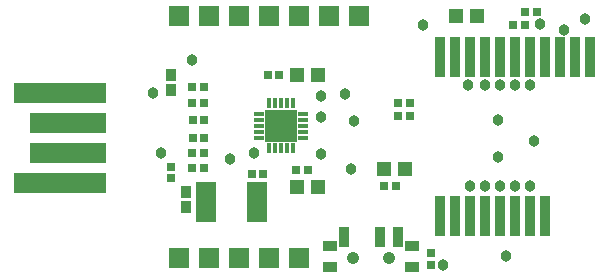
<source format=gbr>
G04 EasyPC Gerber Version 21.0.3 Build 4286 *
G04 #@! TF.Part,Single*
G04 #@! TF.FileFunction,Soldermask,Top *
G04 #@! TF.FilePolarity,Negative *
%FSLAX35Y35*%
%MOIN*%
G04 #@! TA.AperFunction,SMDPad*
%ADD84R,0.01800X0.03800*%
%ADD78R,0.03000X0.03000*%
%ADD85R,0.03800X0.01800*%
%ADD88R,0.02800X0.02600*%
%ADD77R,0.03000X0.03000*%
%ADD79R,0.03356X0.06506*%
%ADD89R,0.03400X0.04100*%
%ADD76R,0.03800X0.13800*%
%ADD81R,0.04537X0.03750*%
%ADD147R,0.04891X0.04537*%
%ADD87R,0.06600X0.13400*%
G04 #@! TA.AperFunction,ComponentPad*
%ADD90R,0.06600X0.06600*%
G04 #@! TA.AperFunction,SMDPad*
%ADD86R,0.10600X0.10600*%
G04 #@! TA.AperFunction,ViaPad*
%ADD91C,0.03800*%
G04 #@! TA.AperFunction,ComponentPad*
%ADD80C,0.04143*%
G04 #@! TA.AperFunction,SMDPad*
%ADD83R,0.25600X0.06900*%
%ADD82R,0.30600X0.06900*%
X0Y0D02*
D02*
D76*
X145750Y20250D03*
Y73050D03*
X150750Y20250D03*
Y73050D03*
X155750Y20250D03*
Y73050D03*
X160750Y20250D03*
Y73050D03*
X165750Y20250D03*
Y73050D03*
X170750Y20250D03*
Y73050D03*
X175750Y20250D03*
Y73050D03*
X180750Y20250D03*
Y73050D03*
X185750D03*
X190750D03*
X195750D03*
D02*
D77*
X63250Y36250D03*
Y41350D03*
Y57850D03*
Y63350D03*
X63350Y46150D03*
Y52150D03*
X67150Y36250D03*
Y41350D03*
Y57850D03*
Y63350D03*
X67250Y46150D03*
Y52150D03*
X88350Y67150D03*
X92250D03*
X97850Y35650D03*
X101750D03*
X127250Y30350D03*
X131150D03*
X131750Y57850D03*
X131850Y53650D03*
X135650Y57850D03*
X135750Y53650D03*
X170250Y83850D03*
X174150D03*
X174250Y88350D03*
X178150D03*
D02*
D78*
X56150Y32750D03*
Y36650D03*
X142850Y3850D03*
Y7750D03*
D02*
D79*
X113892Y13140D03*
X125703D03*
X131608D03*
D02*
D80*
X116847Y6266D03*
X128658D03*
D02*
D81*
X108970Y3297D03*
Y10187D03*
X136530Y3297D03*
Y10187D03*
D02*
D82*
X19250Y31250D03*
Y61250D03*
D02*
D83*
X21750Y41250D03*
Y51250D03*
D02*
D84*
X88813Y42776D03*
Y57724D03*
X90781Y42776D03*
Y57724D03*
X92750Y42776D03*
Y57724D03*
X94719Y42776D03*
Y57724D03*
X96687Y42776D03*
Y57724D03*
D02*
D85*
X85276Y46313D03*
Y48281D03*
Y50250D03*
Y52219D03*
Y54187D03*
X100224Y46313D03*
Y48281D03*
Y50250D03*
Y52219D03*
Y54187D03*
D02*
D86*
X92750Y50250D03*
D02*
D87*
X67750Y24750D03*
X84750D03*
D02*
D88*
X82950Y34250D03*
X86750D03*
D02*
D89*
X56250Y62200D03*
Y67300D03*
X61250Y23200D03*
Y28300D03*
D02*
D90*
X58750Y6250D03*
Y86750D03*
X68750Y6250D03*
Y86750D03*
X78750Y6250D03*
Y86750D03*
X88750Y6250D03*
Y86750D03*
X98750Y6250D03*
Y86750D03*
X108750D03*
X118750D03*
D02*
D91*
X50250Y61250D03*
X52750Y41250D03*
X63250Y72250D03*
X75750Y39250D03*
X83750Y41250D03*
X106250Y40750D03*
Y53250D03*
Y60250D03*
X114250Y60750D03*
X116250Y35750D03*
X117250Y51750D03*
X140250Y83750D03*
X146750Y3750D03*
X155250Y63750D03*
X155750Y30250D03*
X160750D03*
Y63750D03*
X165250Y39750D03*
Y52250D03*
X165750Y30250D03*
Y63750D03*
X167750Y6750D03*
X170750Y30250D03*
Y63750D03*
X175750Y30250D03*
Y63750D03*
X177250Y45250D03*
X179250Y84250D03*
X187250Y82250D03*
X194250Y85750D03*
D02*
D147*
X98250Y29750D03*
Y67250D03*
X105250Y29750D03*
Y67250D03*
X127250Y35750D03*
X134250D03*
X151250Y86750D03*
X158250D03*
X0Y0D02*
M02*

</source>
